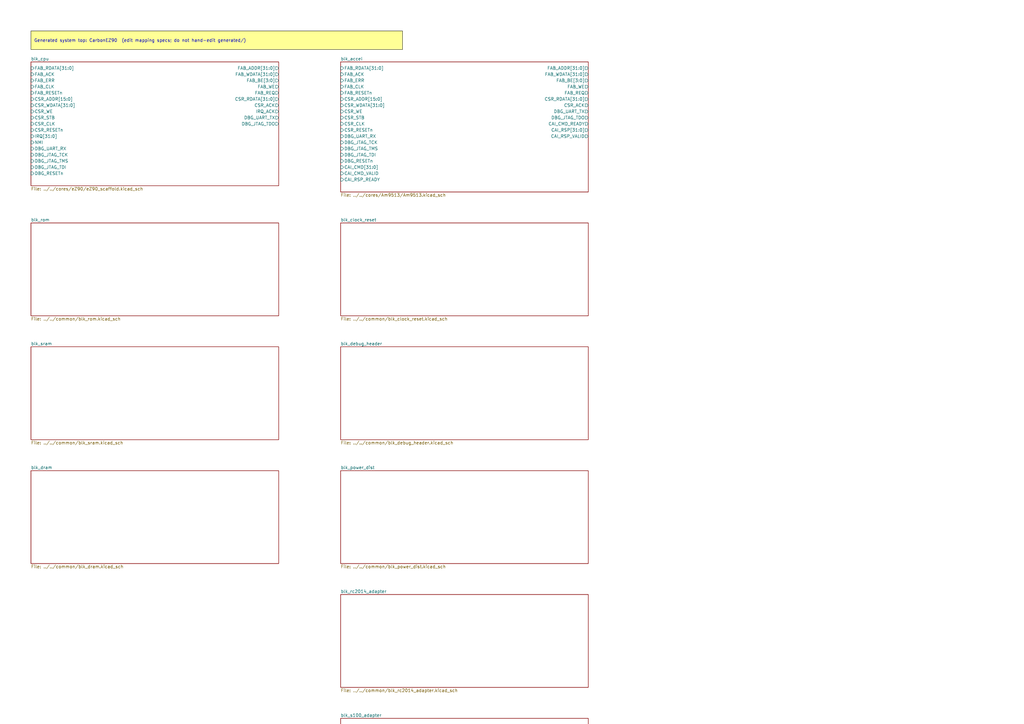
<source format=kicad_sch>
(kicad_sch
	(version 20250114)
	(generator "kicadgen")
	(generator_version "0.1")
	(uuid "17675ba5-bcbf-5d72-8a1b-6c49952c9687")
	(paper "A3")
	(title_block
		(title "CarbonEZ90 (generated)")
		(company "Project Carbon")
		(comment 1 "Generated - do not edit in generated/")
		(comment 2 "Edit in schem/kicad9/manual/ or refine mapping specs")
	)
	(lib_symbols)
	(text_box
		"Generated system top: CarbonEZ90  (edit mapping specs; do not hand-edit generated/)"
		(exclude_from_sim no)
		(at
			12.7
			12.7
			0
		)
		(size 152.4 7.62)
		(margins
			1.27
			1.27
			1.27
			1.27
		)
		(stroke
			(width 0)
			(type default)
			(color
				0
				0
				0
				1
			)
		)
		(fill
			(type color)
			(color
				255
				255
				150
				1
			)
		)
		(effects
			(font
				(size 1.27 1.27)
			)
			(justify left)
		)
		(uuid "0d83353c-ab69-5db3-a299-6c66a69f33e8")
	)
	(sheet
		(at 12.7 25.4)
		(size 101.6 50.8)
		(exclude_from_sim no)
		(in_bom yes)
		(on_board yes)
		(dnp no)
		(stroke
			(width 0)
			(type solid)
		)
		(fill
			(color
				0
				0
				0
				0
			)
		)
		(uuid "b7c33a55-cb58-5d4f-a2fe-ec6842121eb3")
		(property
			"Sheetname"
			"blk_cpu"
			(at
				12.7
				24.13
				0
			)
			(effects
				(font
					(size 1.27 1.27)
				)
				(justify left)
			)
		)
		(property
			"Sheetfile"
			"../../cores/eZ90/eZ90_scaffold.kicad_sch"
			(at
				12.7
				77.47
				0
			)
			(effects
				(font
					(size 1.27 1.27)
				)
				(justify left)
			)
		)
		(pin
			"FAB_RDATA[31:0]"
			input
			(at
				12.7
				27.94
				180
			)
			(uuid "298f8092-99a4-5a4f-84d2-dac848ce12b1")
			(effects
				(font
					(size 1.27 1.27)
				)
				(justify left)
			)
		)
		(pin
			"FAB_ACK"
			input
			(at
				12.7
				30.48
				180
			)
			(uuid "2cf61dfd-ebf7-54c7-90b0-a7186997579f")
			(effects
				(font
					(size 1.27 1.27)
				)
				(justify left)
			)
		)
		(pin
			"FAB_ERR"
			input
			(at
				12.7
				33.02
				180
			)
			(uuid "76841821-f05e-5e39-b912-71aa1dd2041a")
			(effects
				(font
					(size 1.27 1.27)
				)
				(justify left)
			)
		)
		(pin
			"FAB_CLK"
			input
			(at
				12.7
				35.56
				180
			)
			(uuid "80c07648-0402-5b90-a119-dc2fad34493a")
			(effects
				(font
					(size 1.27 1.27)
				)
				(justify left)
			)
		)
		(pin
			"FAB_RESETn"
			input
			(at
				12.7
				38.1
				180
			)
			(uuid "4ba836be-72cb-52cd-9442-011f48e28371")
			(effects
				(font
					(size 1.27 1.27)
				)
				(justify left)
			)
		)
		(pin
			"CSR_ADDR[15:0]"
			input
			(at
				12.7
				40.64
				180
			)
			(uuid "dbcb0036-69c5-5b05-a2cf-abdc7735510b")
			(effects
				(font
					(size 1.27 1.27)
				)
				(justify left)
			)
		)
		(pin
			"CSR_WDATA[31:0]"
			input
			(at
				12.7
				43.18
				180
			)
			(uuid "05e54929-002f-5ad5-9314-c41dc82eb31a")
			(effects
				(font
					(size 1.27 1.27)
				)
				(justify left)
			)
		)
		(pin
			"CSR_WE"
			input
			(at
				12.7
				45.72
				180
			)
			(uuid "33e4475e-6d3a-53ed-a41a-8bfecaebd666")
			(effects
				(font
					(size 1.27 1.27)
				)
				(justify left)
			)
		)
		(pin
			"CSR_STB"
			input
			(at
				12.7
				48.26
				180
			)
			(uuid "4159e66a-a3ed-5386-bbaf-afce2463cddc")
			(effects
				(font
					(size 1.27 1.27)
				)
				(justify left)
			)
		)
		(pin
			"CSR_CLK"
			input
			(at
				12.7
				50.8
				180
			)
			(uuid "26cd1c38-4f3c-5f1f-957e-1f297edee8dc")
			(effects
				(font
					(size 1.27 1.27)
				)
				(justify left)
			)
		)
		(pin
			"CSR_RESETn"
			input
			(at
				12.7
				53.34
				180
			)
			(uuid "e16fda3e-fc09-5adb-a77e-118127f3c1e3")
			(effects
				(font
					(size 1.27 1.27)
				)
				(justify left)
			)
		)
		(pin
			"IRQ[31:0]"
			input
			(at
				12.7
				55.88
				180
			)
			(uuid "88a45a48-29a7-5adc-86fe-d35cbd20520d")
			(effects
				(font
					(size 1.27 1.27)
				)
				(justify left)
			)
		)
		(pin
			"NMI"
			input
			(at
				12.7
				58.42
				180
			)
			(uuid "8c3e1913-1c1b-51cd-86b3-d78a6cbddafe")
			(effects
				(font
					(size 1.27 1.27)
				)
				(justify left)
			)
		)
		(pin
			"DBG_UART_RX"
			input
			(at
				12.7
				60.96
				180
			)
			(uuid "51fbf256-c31b-5416-ad7f-9b1ffdb4c690")
			(effects
				(font
					(size 1.27 1.27)
				)
				(justify left)
			)
		)
		(pin
			"DBG_JTAG_TCK"
			input
			(at
				12.7
				63.5
				180
			)
			(uuid "aa6b0422-7535-508c-a090-ba856be7f0cc")
			(effects
				(font
					(size 1.27 1.27)
				)
				(justify left)
			)
		)
		(pin
			"DBG_JTAG_TMS"
			input
			(at
				12.7
				66.04
				180
			)
			(uuid "ce0ec791-8f5c-5958-b05a-e5ee1bbafca7")
			(effects
				(font
					(size 1.27 1.27)
				)
				(justify left)
			)
		)
		(pin
			"DBG_JTAG_TDI"
			input
			(at
				12.7
				68.58
				180
			)
			(uuid "d66ab85c-9390-5fdf-9d97-aa0d3c4a5704")
			(effects
				(font
					(size 1.27 1.27)
				)
				(justify left)
			)
		)
		(pin
			"DBG_RESETn"
			input
			(at
				12.7
				71.12
				180
			)
			(uuid "32b104a7-8cdf-5775-93f0-3fac09c3e890")
			(effects
				(font
					(size 1.27 1.27)
				)
				(justify left)
			)
		)
		(pin
			"FAB_ADDR[31:0]"
			output
			(at
				114.3
				27.94
				0
			)
			(uuid "2e9d96e7-76d7-526b-8573-d7690745b6df")
			(effects
				(font
					(size 1.27 1.27)
				)
				(justify right)
			)
		)
		(pin
			"FAB_WDATA[31:0]"
			output
			(at
				114.3
				30.48
				0
			)
			(uuid "99d2f31a-fbd6-550c-a173-8ce7f784e797")
			(effects
				(font
					(size 1.27 1.27)
				)
				(justify right)
			)
		)
		(pin
			"FAB_BE[3:0]"
			output
			(at
				114.3
				33.02
				0
			)
			(uuid "4496896b-dfc6-56c1-b8c0-101ec9793057")
			(effects
				(font
					(size 1.27 1.27)
				)
				(justify right)
			)
		)
		(pin
			"FAB_WE"
			output
			(at
				114.3
				35.56
				0
			)
			(uuid "c541fe26-3798-58e3-87a9-a3b73778c5d1")
			(effects
				(font
					(size 1.27 1.27)
				)
				(justify right)
			)
		)
		(pin
			"FAB_REQ"
			output
			(at
				114.3
				38.1
				0
			)
			(uuid "30602b39-5202-5716-9d36-1ed97556e9c2")
			(effects
				(font
					(size 1.27 1.27)
				)
				(justify right)
			)
		)
		(pin
			"CSR_RDATA[31:0]"
			output
			(at
				114.3
				40.64
				0
			)
			(uuid "d3ec984f-c051-5c7e-9acf-0fe4547d0a1d")
			(effects
				(font
					(size 1.27 1.27)
				)
				(justify right)
			)
		)
		(pin
			"CSR_ACK"
			output
			(at
				114.3
				43.18
				0
			)
			(uuid "ebafa821-2e07-5b83-b5f9-f23cc8f53de8")
			(effects
				(font
					(size 1.27 1.27)
				)
				(justify right)
			)
		)
		(pin
			"IRQ_ACK"
			output
			(at
				114.3
				45.72
				0
			)
			(uuid "38b05b81-3898-55d4-a0b5-0550e415295c")
			(effects
				(font
					(size 1.27 1.27)
				)
				(justify right)
			)
		)
		(pin
			"DBG_UART_TX"
			output
			(at
				114.3
				48.26
				0
			)
			(uuid "8601154f-2ecf-5014-a6bf-caebacf2e5e5")
			(effects
				(font
					(size 1.27 1.27)
				)
				(justify right)
			)
		)
		(pin
			"DBG_JTAG_TDO"
			output
			(at
				114.3
				50.8
				0
			)
			(uuid "9a0ea91d-f5bd-5355-ac49-8724a33ad46b")
			(effects
				(font
					(size 1.27 1.27)
				)
				(justify right)
			)
		)
		(instances
			(project
				"system_CarbonEZ90"
				(path
					"/17675ba5-bcbf-5d72-8a1b-6c49952c9687"
					(page "2")
				)
			)
		)
	)
	(sheet
		(at 139.7 25.4)
		(size 101.6 53.34)
		(exclude_from_sim no)
		(in_bom yes)
		(on_board yes)
		(dnp no)
		(stroke
			(width 0)
			(type solid)
		)
		(fill
			(color
				0
				0
				0
				0
			)
		)
		(uuid "c7cd1314-eed0-5f4d-91f7-af4c1df02f84")
		(property
			"Sheetname"
			"blk_accel"
			(at
				139.7
				24.13
				0
			)
			(effects
				(font
					(size 1.27 1.27)
				)
				(justify left)
			)
		)
		(property
			"Sheetfile"
			"../../cores/Am9513/Am9513.kicad_sch"
			(at
				139.7
				80.01
				0
			)
			(effects
				(font
					(size 1.27 1.27)
				)
				(justify left)
			)
		)
		(pin
			"FAB_RDATA[31:0]"
			input
			(at
				139.7
				27.94
				180
			)
			(uuid "858f14f3-de05-52fb-953a-1a1692a3e558")
			(effects
				(font
					(size 1.27 1.27)
				)
				(justify left)
			)
		)
		(pin
			"FAB_ACK"
			input
			(at
				139.7
				30.48
				180
			)
			(uuid "3a4f6e6f-69bd-5a51-ad2b-06e76ffa11f6")
			(effects
				(font
					(size 1.27 1.27)
				)
				(justify left)
			)
		)
		(pin
			"FAB_ERR"
			input
			(at
				139.7
				33.02
				180
			)
			(uuid "52563724-d6d4-5df0-8339-6b0c95a5e8fb")
			(effects
				(font
					(size 1.27 1.27)
				)
				(justify left)
			)
		)
		(pin
			"FAB_CLK"
			input
			(at
				139.7
				35.56
				180
			)
			(uuid "27ab8274-3ced-5b15-a339-21e45fa04693")
			(effects
				(font
					(size 1.27 1.27)
				)
				(justify left)
			)
		)
		(pin
			"FAB_RESETn"
			input
			(at
				139.7
				38.1
				180
			)
			(uuid "9b7f9f2d-0ced-5801-b88e-8eace78f0e81")
			(effects
				(font
					(size 1.27 1.27)
				)
				(justify left)
			)
		)
		(pin
			"CSR_ADDR[15:0]"
			input
			(at
				139.7
				40.64
				180
			)
			(uuid "34f26523-445a-5c7c-bf4a-a43a78ac3110")
			(effects
				(font
					(size 1.27 1.27)
				)
				(justify left)
			)
		)
		(pin
			"CSR_WDATA[31:0]"
			input
			(at
				139.7
				43.18
				180
			)
			(uuid "31a2334f-2693-535f-bda8-6f472dc26be2")
			(effects
				(font
					(size 1.27 1.27)
				)
				(justify left)
			)
		)
		(pin
			"CSR_WE"
			input
			(at
				139.7
				45.72
				180
			)
			(uuid "db0f5381-dd1a-5b4d-a3ce-86f5325dc5e7")
			(effects
				(font
					(size 1.27 1.27)
				)
				(justify left)
			)
		)
		(pin
			"CSR_STB"
			input
			(at
				139.7
				48.26
				180
			)
			(uuid "df13f2b7-f2bd-50be-bc75-4032c3f1b66f")
			(effects
				(font
					(size 1.27 1.27)
				)
				(justify left)
			)
		)
		(pin
			"CSR_CLK"
			input
			(at
				139.7
				50.8
				180
			)
			(uuid "2718efea-dbe0-5ddd-9b22-53f8c0920fc5")
			(effects
				(font
					(size 1.27 1.27)
				)
				(justify left)
			)
		)
		(pin
			"CSR_RESETn"
			input
			(at
				139.7
				53.34
				180
			)
			(uuid "6dda96d9-c040-53ef-ad0b-46a062099ba6")
			(effects
				(font
					(size 1.27 1.27)
				)
				(justify left)
			)
		)
		(pin
			"DBG_UART_RX"
			input
			(at
				139.7
				55.88
				180
			)
			(uuid "83ec6155-f3a3-51b2-b36c-2ca97085cbc0")
			(effects
				(font
					(size 1.27 1.27)
				)
				(justify left)
			)
		)
		(pin
			"DBG_JTAG_TCK"
			input
			(at
				139.7
				58.42
				180
			)
			(uuid "193b7f10-7dcc-53b1-b7a4-a8cf87fe4245")
			(effects
				(font
					(size 1.27 1.27)
				)
				(justify left)
			)
		)
		(pin
			"DBG_JTAG_TMS"
			input
			(at
				139.7
				60.96
				180
			)
			(uuid "0e8c619e-e9cf-5a7f-bbef-f488a81ce9ba")
			(effects
				(font
					(size 1.27 1.27)
				)
				(justify left)
			)
		)
		(pin
			"DBG_JTAG_TDI"
			input
			(at
				139.7
				63.5
				180
			)
			(uuid "304a7bc2-9c16-5002-b75a-7cde0fa5af1c")
			(effects
				(font
					(size 1.27 1.27)
				)
				(justify left)
			)
		)
		(pin
			"DBG_RESETn"
			input
			(at
				139.7
				66.04
				180
			)
			(uuid "026479e8-b726-52ba-ad43-a39cddcf6ec4")
			(effects
				(font
					(size 1.27 1.27)
				)
				(justify left)
			)
		)
		(pin
			"CAI_CMD[31:0]"
			input
			(at
				139.7
				68.58
				180
			)
			(uuid "88850df3-713d-5312-80ad-6966ac03e255")
			(effects
				(font
					(size 1.27 1.27)
				)
				(justify left)
			)
		)
		(pin
			"CAI_CMD_VALID"
			input
			(at
				139.7
				71.12
				180
			)
			(uuid "eef78f62-260b-57c3-8ba1-9112f7b1883a")
			(effects
				(font
					(size 1.27 1.27)
				)
				(justify left)
			)
		)
		(pin
			"CAI_RSP_READY"
			input
			(at
				139.7
				73.66
				180
			)
			(uuid "ff3f1639-d766-554f-96c5-4c6d980cdb9d")
			(effects
				(font
					(size 1.27 1.27)
				)
				(justify left)
			)
		)
		(pin
			"FAB_ADDR[31:0]"
			output
			(at
				241.3
				27.94
				0
			)
			(uuid "1026bf37-dd03-5985-a450-a0a59a55664b")
			(effects
				(font
					(size 1.27 1.27)
				)
				(justify right)
			)
		)
		(pin
			"FAB_WDATA[31:0]"
			output
			(at
				241.3
				30.48
				0
			)
			(uuid "177dd247-03cb-55e4-b054-33b17874b41a")
			(effects
				(font
					(size 1.27 1.27)
				)
				(justify right)
			)
		)
		(pin
			"FAB_BE[3:0]"
			output
			(at
				241.3
				33.02
				0
			)
			(uuid "79f7f4a3-e7b8-51a7-9972-d79b40f9bacb")
			(effects
				(font
					(size 1.27 1.27)
				)
				(justify right)
			)
		)
		(pin
			"FAB_WE"
			output
			(at
				241.3
				35.56
				0
			)
			(uuid "66eba3fc-d5f8-53af-8492-911d22b1fd01")
			(effects
				(font
					(size 1.27 1.27)
				)
				(justify right)
			)
		)
		(pin
			"FAB_REQ"
			output
			(at
				241.3
				38.1
				0
			)
			(uuid "994355e9-6a66-5fd3-9ef4-6af456675fbb")
			(effects
				(font
					(size 1.27 1.27)
				)
				(justify right)
			)
		)
		(pin
			"CSR_RDATA[31:0]"
			output
			(at
				241.3
				40.64
				0
			)
			(uuid "68be658d-4221-5562-8c0a-d9cd3082a3e6")
			(effects
				(font
					(size 1.27 1.27)
				)
				(justify right)
			)
		)
		(pin
			"CSR_ACK"
			output
			(at
				241.3
				43.18
				0
			)
			(uuid "aa897893-532d-54cd-85f2-fbda488a4521")
			(effects
				(font
					(size 1.27 1.27)
				)
				(justify right)
			)
		)
		(pin
			"DBG_UART_TX"
			output
			(at
				241.3
				45.72
				0
			)
			(uuid "57d68d2a-480f-52d6-86af-7be44e36e767")
			(effects
				(font
					(size 1.27 1.27)
				)
				(justify right)
			)
		)
		(pin
			"DBG_JTAG_TDO"
			output
			(at
				241.3
				48.26
				0
			)
			(uuid "46a812da-58f9-5812-b521-73d401b5c720")
			(effects
				(font
					(size 1.27 1.27)
				)
				(justify right)
			)
		)
		(pin
			"CAI_CMD_READY"
			output
			(at
				241.3
				50.8
				0
			)
			(uuid "ace5d67b-0b42-52f4-ae39-654463a82301")
			(effects
				(font
					(size 1.27 1.27)
				)
				(justify right)
			)
		)
		(pin
			"CAI_RSP[31:0]"
			output
			(at
				241.3
				53.34
				0
			)
			(uuid "3405a46d-c4d3-53b0-8da5-b7f08b77fc4f")
			(effects
				(font
					(size 1.27 1.27)
				)
				(justify right)
			)
		)
		(pin
			"CAI_RSP_VALID"
			output
			(at
				241.3
				55.88
				0
			)
			(uuid "c1173446-c81b-5c79-a86a-e93c963f2bd7")
			(effects
				(font
					(size 1.27 1.27)
				)
				(justify right)
			)
		)
		(instances
			(project
				"system_CarbonEZ90"
				(path
					"/17675ba5-bcbf-5d72-8a1b-6c49952c9687"
					(page "3")
				)
			)
		)
	)
	(sheet
		(at 12.7 91.44)
		(size 101.6 38.1)
		(exclude_from_sim no)
		(in_bom yes)
		(on_board yes)
		(dnp no)
		(stroke
			(width 0)
			(type solid)
		)
		(fill
			(color
				0
				0
				0
				0
			)
		)
		(uuid "0a48b769-1f6d-53a6-8fda-3260d4453cda")
		(property
			"Sheetname"
			"blk_rom"
			(at
				12.7
				90.17
				0
			)
			(effects
				(font
					(size 1.27 1.27)
				)
				(justify left)
			)
		)
		(property
			"Sheetfile"
			"../../common/blk_rom.kicad_sch"
			(at
				12.7
				130.81
				0
			)
			(effects
				(font
					(size 1.27 1.27)
				)
				(justify left)
			)
		)
		(instances
			(project
				"system_CarbonEZ90"
				(path
					"/17675ba5-bcbf-5d72-8a1b-6c49952c9687"
					(page "4")
				)
			)
		)
	)
	(sheet
		(at 12.7 142.24)
		(size 101.6 38.1)
		(exclude_from_sim no)
		(in_bom yes)
		(on_board yes)
		(dnp no)
		(stroke
			(width 0)
			(type solid)
		)
		(fill
			(color
				0
				0
				0
				0
			)
		)
		(uuid "6097f2c7-438c-5bb1-8fe9-2faaa0d31553")
		(property
			"Sheetname"
			"blk_sram"
			(at
				12.7
				140.97
				0
			)
			(effects
				(font
					(size 1.27 1.27)
				)
				(justify left)
			)
		)
		(property
			"Sheetfile"
			"../../common/blk_sram.kicad_sch"
			(at
				12.7
				181.61
				0
			)
			(effects
				(font
					(size 1.27 1.27)
				)
				(justify left)
			)
		)
		(instances
			(project
				"system_CarbonEZ90"
				(path
					"/17675ba5-bcbf-5d72-8a1b-6c49952c9687"
					(page "5")
				)
			)
		)
	)
	(sheet
		(at 12.7 193.04)
		(size 101.6 38.1)
		(exclude_from_sim no)
		(in_bom yes)
		(on_board yes)
		(dnp no)
		(stroke
			(width 0)
			(type solid)
		)
		(fill
			(color
				0
				0
				0
				0
			)
		)
		(uuid "231553ae-6164-59d9-8d11-ccce8b32d754")
		(property
			"Sheetname"
			"blk_dram"
			(at
				12.7
				191.77
				0
			)
			(effects
				(font
					(size 1.27 1.27)
				)
				(justify left)
			)
		)
		(property
			"Sheetfile"
			"../../common/blk_dram.kicad_sch"
			(at
				12.7
				232.41
				0
			)
			(effects
				(font
					(size 1.27 1.27)
				)
				(justify left)
			)
		)
		(instances
			(project
				"system_CarbonEZ90"
				(path
					"/17675ba5-bcbf-5d72-8a1b-6c49952c9687"
					(page "6")
				)
			)
		)
	)
	(sheet
		(at 139.7 91.44)
		(size 101.6 38.1)
		(exclude_from_sim no)
		(in_bom yes)
		(on_board yes)
		(dnp no)
		(stroke
			(width 0)
			(type solid)
		)
		(fill
			(color
				0
				0
				0
				0
			)
		)
		(uuid "ae6a0376-9c19-51fa-a094-e70cfa13c03e")
		(property
			"Sheetname"
			"blk_clock_reset"
			(at
				139.7
				90.17
				0
			)
			(effects
				(font
					(size 1.27 1.27)
				)
				(justify left)
			)
		)
		(property
			"Sheetfile"
			"../../common/blk_clock_reset.kicad_sch"
			(at
				139.7
				130.81
				0
			)
			(effects
				(font
					(size 1.27 1.27)
				)
				(justify left)
			)
		)
		(instances
			(project
				"system_CarbonEZ90"
				(path
					"/17675ba5-bcbf-5d72-8a1b-6c49952c9687"
					(page "7")
				)
			)
		)
	)
	(sheet
		(at 139.7 142.24)
		(size 101.6 38.1)
		(exclude_from_sim no)
		(in_bom yes)
		(on_board yes)
		(dnp no)
		(stroke
			(width 0)
			(type solid)
		)
		(fill
			(color
				0
				0
				0
				0
			)
		)
		(uuid "67748999-fca6-5479-86b9-d74f5515c193")
		(property
			"Sheetname"
			"blk_debug_header"
			(at
				139.7
				140.97
				0
			)
			(effects
				(font
					(size 1.27 1.27)
				)
				(justify left)
			)
		)
		(property
			"Sheetfile"
			"../../common/blk_debug_header.kicad_sch"
			(at
				139.7
				181.61
				0
			)
			(effects
				(font
					(size 1.27 1.27)
				)
				(justify left)
			)
		)
		(instances
			(project
				"system_CarbonEZ90"
				(path
					"/17675ba5-bcbf-5d72-8a1b-6c49952c9687"
					(page "8")
				)
			)
		)
	)
	(sheet
		(at 139.7 193.04)
		(size 101.6 38.1)
		(exclude_from_sim no)
		(in_bom yes)
		(on_board yes)
		(dnp no)
		(stroke
			(width 0)
			(type solid)
		)
		(fill
			(color
				0
				0
				0
				0
			)
		)
		(uuid "212bfa53-33c1-5ff2-bea0-9cb7893fa7e3")
		(property
			"Sheetname"
			"blk_power_dist"
			(at
				139.7
				191.77
				0
			)
			(effects
				(font
					(size 1.27 1.27)
				)
				(justify left)
			)
		)
		(property
			"Sheetfile"
			"../../common/blk_power_dist.kicad_sch"
			(at
				139.7
				232.41
				0
			)
			(effects
				(font
					(size 1.27 1.27)
				)
				(justify left)
			)
		)
		(instances
			(project
				"system_CarbonEZ90"
				(path
					"/17675ba5-bcbf-5d72-8a1b-6c49952c9687"
					(page "9")
				)
			)
		)
	)
	(sheet
		(at 139.7 243.84)
		(size 101.6 38.1)
		(exclude_from_sim no)
		(in_bom yes)
		(on_board yes)
		(dnp no)
		(stroke
			(width 0)
			(type solid)
		)
		(fill
			(color
				0
				0
				0
				0
			)
		)
		(uuid "c1bfa392-acce-54b6-84f0-17717360782d")
		(property
			"Sheetname"
			"blk_rc2014_adapter"
			(at
				139.7
				242.57
				0
			)
			(effects
				(font
					(size 1.27 1.27)
				)
				(justify left)
			)
		)
		(property
			"Sheetfile"
			"../../common/blk_rc2014_adapter.kicad_sch"
			(at
				139.7
				283.21
				0
			)
			(effects
				(font
					(size 1.27 1.27)
				)
				(justify left)
			)
		)
		(instances
			(project
				"system_CarbonEZ90"
				(path
					"/17675ba5-bcbf-5d72-8a1b-6c49952c9687"
					(page "10")
				)
			)
		)
	)
	(sheet
		(at 139.7 294.64)
		(size 101.6 38.1)
		(exclude_from_sim no)
		(in_bom yes)
		(on_board yes)
		(dnp no)
		(stroke
			(width 0)
			(type solid)
		)
		(fill
			(color
				0
				0
				0
				0
			)
		)
		(uuid "28f2bcc6-5086-5807-83b1-f1e7255e19f6")
		(property
			"Sheetname"
			"blk_s100_adapter"
			(at
				139.7
				293.37
				0
			)
			(effects
				(font
					(size 1.27 1.27)
				)
				(justify left)
			)
		)
		(property
			"Sheetfile"
			"../../common/blk_s100_adapter.kicad_sch"
			(at
				139.7
				334.01
				0
			)
			(effects
				(font
					(size 1.27 1.27)
				)
				(justify left)
			)
		)
		(instances
			(project
				"system_CarbonEZ90"
				(path
					"/17675ba5-bcbf-5d72-8a1b-6c49952c9687"
					(page "11")
				)
			)
		)
	)
	(sheet_instances
		(path
			"/"
			(page "1")
		)
	)
	(embedded_fonts no)
)

</source>
